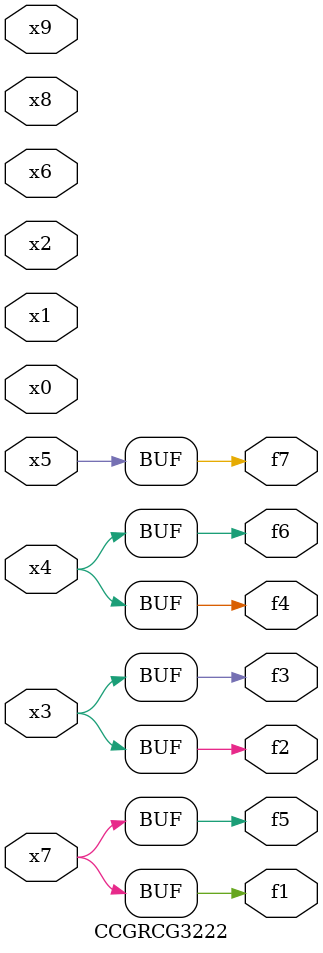
<source format=v>
module CCGRCG3222(
	input x0, x1, x2, x3, x4, x5, x6, x7, x8, x9,
	output f1, f2, f3, f4, f5, f6, f7
);
	assign f1 = x7;
	assign f2 = x3;
	assign f3 = x3;
	assign f4 = x4;
	assign f5 = x7;
	assign f6 = x4;
	assign f7 = x5;
endmodule

</source>
